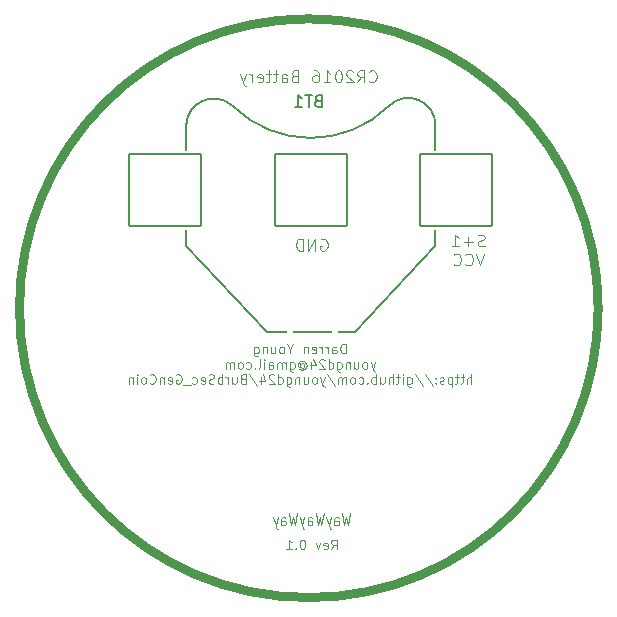
<source format=gbr>
G04 #@! TF.GenerationSoftware,KiCad,Pcbnew,8.0.6*
G04 #@! TF.CreationDate,2025-01-06T10:49:24-06:00*
G04 #@! TF.ProjectId,BurbSec_GenCoin,42757262-5365-4635-9f47-656e436f696e,0.1*
G04 #@! TF.SameCoordinates,Original*
G04 #@! TF.FileFunction,Legend,Bot*
G04 #@! TF.FilePolarity,Positive*
%FSLAX46Y46*%
G04 Gerber Fmt 4.6, Leading zero omitted, Abs format (unit mm)*
G04 Created by KiCad (PCBNEW 8.0.6) date 2025-01-06 10:49:24*
%MOMM*%
%LPD*%
G01*
G04 APERTURE LIST*
G04 Aperture macros list*
%AMRoundRect*
0 Rectangle with rounded corners*
0 $1 Rounding radius*
0 $2 $3 $4 $5 $6 $7 $8 $9 X,Y pos of 4 corners*
0 Add a 4 corners polygon primitive as box body*
4,1,4,$2,$3,$4,$5,$6,$7,$8,$9,$2,$3,0*
0 Add four circle primitives for the rounded corners*
1,1,$1+$1,$2,$3*
1,1,$1+$1,$4,$5*
1,1,$1+$1,$6,$7*
1,1,$1+$1,$8,$9*
0 Add four rect primitives between the rounded corners*
20,1,$1+$1,$2,$3,$4,$5,0*
20,1,$1+$1,$4,$5,$6,$7,0*
20,1,$1+$1,$6,$7,$8,$9,0*
20,1,$1+$1,$8,$9,$2,$3,0*%
G04 Aperture macros list end*
%ADD10C,0.800000*%
%ADD11C,0.100000*%
%ADD12C,0.125000*%
%ADD13C,0.150000*%
%ADD14C,0.127000*%
%ADD15RoundRect,0.102000X3.035000X3.035000X-3.035000X3.035000X-3.035000X-3.035000X3.035000X-3.035000X0*%
%ADD16C,0.600000*%
G04 APERTURE END LIST*
D10*
X159000000Y-90000000D02*
G75*
G02*
X110000000Y-90000000I-24500000J0D01*
G01*
X110000000Y-90000000D02*
G75*
G02*
X159000000Y-90000000I24500000J0D01*
G01*
D11*
X138007144Y-107372419D02*
X137816668Y-108372419D01*
X137816668Y-108372419D02*
X137664287Y-107658133D01*
X137664287Y-107658133D02*
X137511906Y-108372419D01*
X137511906Y-108372419D02*
X137321430Y-107372419D01*
X136673810Y-108372419D02*
X136673810Y-107848609D01*
X136673810Y-107848609D02*
X136711905Y-107753371D01*
X136711905Y-107753371D02*
X136788096Y-107705752D01*
X136788096Y-107705752D02*
X136940477Y-107705752D01*
X136940477Y-107705752D02*
X137016667Y-107753371D01*
X136673810Y-108324800D02*
X136750001Y-108372419D01*
X136750001Y-108372419D02*
X136940477Y-108372419D01*
X136940477Y-108372419D02*
X137016667Y-108324800D01*
X137016667Y-108324800D02*
X137054763Y-108229561D01*
X137054763Y-108229561D02*
X137054763Y-108134323D01*
X137054763Y-108134323D02*
X137016667Y-108039085D01*
X137016667Y-108039085D02*
X136940477Y-107991466D01*
X136940477Y-107991466D02*
X136750001Y-107991466D01*
X136750001Y-107991466D02*
X136673810Y-107943847D01*
X136369048Y-107705752D02*
X136178572Y-108372419D01*
X135988095Y-107705752D02*
X136178572Y-108372419D01*
X136178572Y-108372419D02*
X136254762Y-108610514D01*
X136254762Y-108610514D02*
X136292857Y-108658133D01*
X136292857Y-108658133D02*
X136369048Y-108705752D01*
X135759524Y-107372419D02*
X135569048Y-108372419D01*
X135569048Y-108372419D02*
X135416667Y-107658133D01*
X135416667Y-107658133D02*
X135264286Y-108372419D01*
X135264286Y-108372419D02*
X135073810Y-107372419D01*
X134426190Y-108372419D02*
X134426190Y-107848609D01*
X134426190Y-107848609D02*
X134464285Y-107753371D01*
X134464285Y-107753371D02*
X134540476Y-107705752D01*
X134540476Y-107705752D02*
X134692857Y-107705752D01*
X134692857Y-107705752D02*
X134769047Y-107753371D01*
X134426190Y-108324800D02*
X134502381Y-108372419D01*
X134502381Y-108372419D02*
X134692857Y-108372419D01*
X134692857Y-108372419D02*
X134769047Y-108324800D01*
X134769047Y-108324800D02*
X134807143Y-108229561D01*
X134807143Y-108229561D02*
X134807143Y-108134323D01*
X134807143Y-108134323D02*
X134769047Y-108039085D01*
X134769047Y-108039085D02*
X134692857Y-107991466D01*
X134692857Y-107991466D02*
X134502381Y-107991466D01*
X134502381Y-107991466D02*
X134426190Y-107943847D01*
X134121428Y-107705752D02*
X133930952Y-108372419D01*
X133740475Y-107705752D02*
X133930952Y-108372419D01*
X133930952Y-108372419D02*
X134007142Y-108610514D01*
X134007142Y-108610514D02*
X134045237Y-108658133D01*
X134045237Y-108658133D02*
X134121428Y-108705752D01*
X133511904Y-107372419D02*
X133321428Y-108372419D01*
X133321428Y-108372419D02*
X133169047Y-107658133D01*
X133169047Y-107658133D02*
X133016666Y-108372419D01*
X133016666Y-108372419D02*
X132826190Y-107372419D01*
X132178570Y-108372419D02*
X132178570Y-107848609D01*
X132178570Y-107848609D02*
X132216665Y-107753371D01*
X132216665Y-107753371D02*
X132292856Y-107705752D01*
X132292856Y-107705752D02*
X132445237Y-107705752D01*
X132445237Y-107705752D02*
X132521427Y-107753371D01*
X132178570Y-108324800D02*
X132254761Y-108372419D01*
X132254761Y-108372419D02*
X132445237Y-108372419D01*
X132445237Y-108372419D02*
X132521427Y-108324800D01*
X132521427Y-108324800D02*
X132559523Y-108229561D01*
X132559523Y-108229561D02*
X132559523Y-108134323D01*
X132559523Y-108134323D02*
X132521427Y-108039085D01*
X132521427Y-108039085D02*
X132445237Y-107991466D01*
X132445237Y-107991466D02*
X132254761Y-107991466D01*
X132254761Y-107991466D02*
X132178570Y-107943847D01*
X131873808Y-107705752D02*
X131683332Y-108372419D01*
X131492855Y-107705752D02*
X131683332Y-108372419D01*
X131683332Y-108372419D02*
X131759522Y-108610514D01*
X131759522Y-108610514D02*
X131797617Y-108658133D01*
X131797617Y-108658133D02*
X131873808Y-108705752D01*
X137616667Y-93820985D02*
X137616667Y-93020985D01*
X137616667Y-93020985D02*
X137426191Y-93020985D01*
X137426191Y-93020985D02*
X137311905Y-93059080D01*
X137311905Y-93059080D02*
X137235715Y-93135270D01*
X137235715Y-93135270D02*
X137197620Y-93211461D01*
X137197620Y-93211461D02*
X137159524Y-93363842D01*
X137159524Y-93363842D02*
X137159524Y-93478128D01*
X137159524Y-93478128D02*
X137197620Y-93630509D01*
X137197620Y-93630509D02*
X137235715Y-93706699D01*
X137235715Y-93706699D02*
X137311905Y-93782890D01*
X137311905Y-93782890D02*
X137426191Y-93820985D01*
X137426191Y-93820985D02*
X137616667Y-93820985D01*
X136473810Y-93820985D02*
X136473810Y-93401937D01*
X136473810Y-93401937D02*
X136511905Y-93325747D01*
X136511905Y-93325747D02*
X136588096Y-93287651D01*
X136588096Y-93287651D02*
X136740477Y-93287651D01*
X136740477Y-93287651D02*
X136816667Y-93325747D01*
X136473810Y-93782890D02*
X136550001Y-93820985D01*
X136550001Y-93820985D02*
X136740477Y-93820985D01*
X136740477Y-93820985D02*
X136816667Y-93782890D01*
X136816667Y-93782890D02*
X136854763Y-93706699D01*
X136854763Y-93706699D02*
X136854763Y-93630509D01*
X136854763Y-93630509D02*
X136816667Y-93554318D01*
X136816667Y-93554318D02*
X136740477Y-93516223D01*
X136740477Y-93516223D02*
X136550001Y-93516223D01*
X136550001Y-93516223D02*
X136473810Y-93478128D01*
X136092857Y-93820985D02*
X136092857Y-93287651D01*
X136092857Y-93440032D02*
X136054762Y-93363842D01*
X136054762Y-93363842D02*
X136016667Y-93325747D01*
X136016667Y-93325747D02*
X135940476Y-93287651D01*
X135940476Y-93287651D02*
X135864286Y-93287651D01*
X135597619Y-93820985D02*
X135597619Y-93287651D01*
X135597619Y-93440032D02*
X135559524Y-93363842D01*
X135559524Y-93363842D02*
X135521429Y-93325747D01*
X135521429Y-93325747D02*
X135445238Y-93287651D01*
X135445238Y-93287651D02*
X135369048Y-93287651D01*
X134797619Y-93782890D02*
X134873810Y-93820985D01*
X134873810Y-93820985D02*
X135026191Y-93820985D01*
X135026191Y-93820985D02*
X135102381Y-93782890D01*
X135102381Y-93782890D02*
X135140477Y-93706699D01*
X135140477Y-93706699D02*
X135140477Y-93401937D01*
X135140477Y-93401937D02*
X135102381Y-93325747D01*
X135102381Y-93325747D02*
X135026191Y-93287651D01*
X135026191Y-93287651D02*
X134873810Y-93287651D01*
X134873810Y-93287651D02*
X134797619Y-93325747D01*
X134797619Y-93325747D02*
X134759524Y-93401937D01*
X134759524Y-93401937D02*
X134759524Y-93478128D01*
X134759524Y-93478128D02*
X135140477Y-93554318D01*
X134416667Y-93287651D02*
X134416667Y-93820985D01*
X134416667Y-93363842D02*
X134378572Y-93325747D01*
X134378572Y-93325747D02*
X134302382Y-93287651D01*
X134302382Y-93287651D02*
X134188096Y-93287651D01*
X134188096Y-93287651D02*
X134111905Y-93325747D01*
X134111905Y-93325747D02*
X134073810Y-93401937D01*
X134073810Y-93401937D02*
X134073810Y-93820985D01*
X132930952Y-93440032D02*
X132930952Y-93820985D01*
X133197619Y-93020985D02*
X132930952Y-93440032D01*
X132930952Y-93440032D02*
X132664286Y-93020985D01*
X132283334Y-93820985D02*
X132359524Y-93782890D01*
X132359524Y-93782890D02*
X132397619Y-93744794D01*
X132397619Y-93744794D02*
X132435715Y-93668604D01*
X132435715Y-93668604D02*
X132435715Y-93440032D01*
X132435715Y-93440032D02*
X132397619Y-93363842D01*
X132397619Y-93363842D02*
X132359524Y-93325747D01*
X132359524Y-93325747D02*
X132283334Y-93287651D01*
X132283334Y-93287651D02*
X132169048Y-93287651D01*
X132169048Y-93287651D02*
X132092857Y-93325747D01*
X132092857Y-93325747D02*
X132054762Y-93363842D01*
X132054762Y-93363842D02*
X132016667Y-93440032D01*
X132016667Y-93440032D02*
X132016667Y-93668604D01*
X132016667Y-93668604D02*
X132054762Y-93744794D01*
X132054762Y-93744794D02*
X132092857Y-93782890D01*
X132092857Y-93782890D02*
X132169048Y-93820985D01*
X132169048Y-93820985D02*
X132283334Y-93820985D01*
X131330952Y-93287651D02*
X131330952Y-93820985D01*
X131673809Y-93287651D02*
X131673809Y-93706699D01*
X131673809Y-93706699D02*
X131635714Y-93782890D01*
X131635714Y-93782890D02*
X131559524Y-93820985D01*
X131559524Y-93820985D02*
X131445238Y-93820985D01*
X131445238Y-93820985D02*
X131369047Y-93782890D01*
X131369047Y-93782890D02*
X131330952Y-93744794D01*
X130949999Y-93287651D02*
X130949999Y-93820985D01*
X130949999Y-93363842D02*
X130911904Y-93325747D01*
X130911904Y-93325747D02*
X130835714Y-93287651D01*
X130835714Y-93287651D02*
X130721428Y-93287651D01*
X130721428Y-93287651D02*
X130645237Y-93325747D01*
X130645237Y-93325747D02*
X130607142Y-93401937D01*
X130607142Y-93401937D02*
X130607142Y-93820985D01*
X129883332Y-93287651D02*
X129883332Y-93935270D01*
X129883332Y-93935270D02*
X129921427Y-94011461D01*
X129921427Y-94011461D02*
X129959523Y-94049556D01*
X129959523Y-94049556D02*
X130035713Y-94087651D01*
X130035713Y-94087651D02*
X130149999Y-94087651D01*
X130149999Y-94087651D02*
X130226189Y-94049556D01*
X129883332Y-93782890D02*
X129959523Y-93820985D01*
X129959523Y-93820985D02*
X130111904Y-93820985D01*
X130111904Y-93820985D02*
X130188094Y-93782890D01*
X130188094Y-93782890D02*
X130226189Y-93744794D01*
X130226189Y-93744794D02*
X130264285Y-93668604D01*
X130264285Y-93668604D02*
X130264285Y-93440032D01*
X130264285Y-93440032D02*
X130226189Y-93363842D01*
X130226189Y-93363842D02*
X130188094Y-93325747D01*
X130188094Y-93325747D02*
X130111904Y-93287651D01*
X130111904Y-93287651D02*
X129959523Y-93287651D01*
X129959523Y-93287651D02*
X129883332Y-93325747D01*
X140111906Y-94575606D02*
X139921430Y-95108940D01*
X139730953Y-94575606D02*
X139921430Y-95108940D01*
X139921430Y-95108940D02*
X139997620Y-95299416D01*
X139997620Y-95299416D02*
X140035715Y-95337511D01*
X140035715Y-95337511D02*
X140111906Y-95375606D01*
X139311906Y-95108940D02*
X139388096Y-95070845D01*
X139388096Y-95070845D02*
X139426191Y-95032749D01*
X139426191Y-95032749D02*
X139464287Y-94956559D01*
X139464287Y-94956559D02*
X139464287Y-94727987D01*
X139464287Y-94727987D02*
X139426191Y-94651797D01*
X139426191Y-94651797D02*
X139388096Y-94613702D01*
X139388096Y-94613702D02*
X139311906Y-94575606D01*
X139311906Y-94575606D02*
X139197620Y-94575606D01*
X139197620Y-94575606D02*
X139121429Y-94613702D01*
X139121429Y-94613702D02*
X139083334Y-94651797D01*
X139083334Y-94651797D02*
X139045239Y-94727987D01*
X139045239Y-94727987D02*
X139045239Y-94956559D01*
X139045239Y-94956559D02*
X139083334Y-95032749D01*
X139083334Y-95032749D02*
X139121429Y-95070845D01*
X139121429Y-95070845D02*
X139197620Y-95108940D01*
X139197620Y-95108940D02*
X139311906Y-95108940D01*
X138359524Y-94575606D02*
X138359524Y-95108940D01*
X138702381Y-94575606D02*
X138702381Y-94994654D01*
X138702381Y-94994654D02*
X138664286Y-95070845D01*
X138664286Y-95070845D02*
X138588096Y-95108940D01*
X138588096Y-95108940D02*
X138473810Y-95108940D01*
X138473810Y-95108940D02*
X138397619Y-95070845D01*
X138397619Y-95070845D02*
X138359524Y-95032749D01*
X137978571Y-94575606D02*
X137978571Y-95108940D01*
X137978571Y-94651797D02*
X137940476Y-94613702D01*
X137940476Y-94613702D02*
X137864286Y-94575606D01*
X137864286Y-94575606D02*
X137750000Y-94575606D01*
X137750000Y-94575606D02*
X137673809Y-94613702D01*
X137673809Y-94613702D02*
X137635714Y-94689892D01*
X137635714Y-94689892D02*
X137635714Y-95108940D01*
X136911904Y-94575606D02*
X136911904Y-95223225D01*
X136911904Y-95223225D02*
X136949999Y-95299416D01*
X136949999Y-95299416D02*
X136988095Y-95337511D01*
X136988095Y-95337511D02*
X137064285Y-95375606D01*
X137064285Y-95375606D02*
X137178571Y-95375606D01*
X137178571Y-95375606D02*
X137254761Y-95337511D01*
X136911904Y-95070845D02*
X136988095Y-95108940D01*
X136988095Y-95108940D02*
X137140476Y-95108940D01*
X137140476Y-95108940D02*
X137216666Y-95070845D01*
X137216666Y-95070845D02*
X137254761Y-95032749D01*
X137254761Y-95032749D02*
X137292857Y-94956559D01*
X137292857Y-94956559D02*
X137292857Y-94727987D01*
X137292857Y-94727987D02*
X137254761Y-94651797D01*
X137254761Y-94651797D02*
X137216666Y-94613702D01*
X137216666Y-94613702D02*
X137140476Y-94575606D01*
X137140476Y-94575606D02*
X136988095Y-94575606D01*
X136988095Y-94575606D02*
X136911904Y-94613702D01*
X136188094Y-95108940D02*
X136188094Y-94308940D01*
X136188094Y-95070845D02*
X136264285Y-95108940D01*
X136264285Y-95108940D02*
X136416666Y-95108940D01*
X136416666Y-95108940D02*
X136492856Y-95070845D01*
X136492856Y-95070845D02*
X136530951Y-95032749D01*
X136530951Y-95032749D02*
X136569047Y-94956559D01*
X136569047Y-94956559D02*
X136569047Y-94727987D01*
X136569047Y-94727987D02*
X136530951Y-94651797D01*
X136530951Y-94651797D02*
X136492856Y-94613702D01*
X136492856Y-94613702D02*
X136416666Y-94575606D01*
X136416666Y-94575606D02*
X136264285Y-94575606D01*
X136264285Y-94575606D02*
X136188094Y-94613702D01*
X135845237Y-94385130D02*
X135807141Y-94347035D01*
X135807141Y-94347035D02*
X135730951Y-94308940D01*
X135730951Y-94308940D02*
X135540475Y-94308940D01*
X135540475Y-94308940D02*
X135464284Y-94347035D01*
X135464284Y-94347035D02*
X135426189Y-94385130D01*
X135426189Y-94385130D02*
X135388094Y-94461321D01*
X135388094Y-94461321D02*
X135388094Y-94537511D01*
X135388094Y-94537511D02*
X135426189Y-94651797D01*
X135426189Y-94651797D02*
X135883332Y-95108940D01*
X135883332Y-95108940D02*
X135388094Y-95108940D01*
X134702379Y-94575606D02*
X134702379Y-95108940D01*
X134892855Y-94270845D02*
X135083332Y-94842273D01*
X135083332Y-94842273D02*
X134588093Y-94842273D01*
X133788093Y-94727987D02*
X133826188Y-94689892D01*
X133826188Y-94689892D02*
X133902379Y-94651797D01*
X133902379Y-94651797D02*
X133978569Y-94651797D01*
X133978569Y-94651797D02*
X134054760Y-94689892D01*
X134054760Y-94689892D02*
X134092855Y-94727987D01*
X134092855Y-94727987D02*
X134130950Y-94804178D01*
X134130950Y-94804178D02*
X134130950Y-94880368D01*
X134130950Y-94880368D02*
X134092855Y-94956559D01*
X134092855Y-94956559D02*
X134054760Y-94994654D01*
X134054760Y-94994654D02*
X133978569Y-95032749D01*
X133978569Y-95032749D02*
X133902379Y-95032749D01*
X133902379Y-95032749D02*
X133826188Y-94994654D01*
X133826188Y-94994654D02*
X133788093Y-94956559D01*
X133788093Y-94651797D02*
X133788093Y-94956559D01*
X133788093Y-94956559D02*
X133749998Y-94994654D01*
X133749998Y-94994654D02*
X133711903Y-94994654D01*
X133711903Y-94994654D02*
X133635712Y-94956559D01*
X133635712Y-94956559D02*
X133597617Y-94880368D01*
X133597617Y-94880368D02*
X133597617Y-94689892D01*
X133597617Y-94689892D02*
X133673808Y-94575606D01*
X133673808Y-94575606D02*
X133788093Y-94499416D01*
X133788093Y-94499416D02*
X133940474Y-94461321D01*
X133940474Y-94461321D02*
X134092855Y-94499416D01*
X134092855Y-94499416D02*
X134207141Y-94575606D01*
X134207141Y-94575606D02*
X134283331Y-94689892D01*
X134283331Y-94689892D02*
X134321427Y-94842273D01*
X134321427Y-94842273D02*
X134283331Y-94994654D01*
X134283331Y-94994654D02*
X134207141Y-95108940D01*
X134207141Y-95108940D02*
X134092855Y-95185130D01*
X134092855Y-95185130D02*
X133940474Y-95223225D01*
X133940474Y-95223225D02*
X133788093Y-95185130D01*
X133788093Y-95185130D02*
X133673808Y-95108940D01*
X132911903Y-94575606D02*
X132911903Y-95223225D01*
X132911903Y-95223225D02*
X132949998Y-95299416D01*
X132949998Y-95299416D02*
X132988094Y-95337511D01*
X132988094Y-95337511D02*
X133064284Y-95375606D01*
X133064284Y-95375606D02*
X133178570Y-95375606D01*
X133178570Y-95375606D02*
X133254760Y-95337511D01*
X132911903Y-95070845D02*
X132988094Y-95108940D01*
X132988094Y-95108940D02*
X133140475Y-95108940D01*
X133140475Y-95108940D02*
X133216665Y-95070845D01*
X133216665Y-95070845D02*
X133254760Y-95032749D01*
X133254760Y-95032749D02*
X133292856Y-94956559D01*
X133292856Y-94956559D02*
X133292856Y-94727987D01*
X133292856Y-94727987D02*
X133254760Y-94651797D01*
X133254760Y-94651797D02*
X133216665Y-94613702D01*
X133216665Y-94613702D02*
X133140475Y-94575606D01*
X133140475Y-94575606D02*
X132988094Y-94575606D01*
X132988094Y-94575606D02*
X132911903Y-94613702D01*
X132530950Y-95108940D02*
X132530950Y-94575606D01*
X132530950Y-94651797D02*
X132492855Y-94613702D01*
X132492855Y-94613702D02*
X132416665Y-94575606D01*
X132416665Y-94575606D02*
X132302379Y-94575606D01*
X132302379Y-94575606D02*
X132226188Y-94613702D01*
X132226188Y-94613702D02*
X132188093Y-94689892D01*
X132188093Y-94689892D02*
X132188093Y-95108940D01*
X132188093Y-94689892D02*
X132149998Y-94613702D01*
X132149998Y-94613702D02*
X132073807Y-94575606D01*
X132073807Y-94575606D02*
X131959522Y-94575606D01*
X131959522Y-94575606D02*
X131883331Y-94613702D01*
X131883331Y-94613702D02*
X131845236Y-94689892D01*
X131845236Y-94689892D02*
X131845236Y-95108940D01*
X131121426Y-95108940D02*
X131121426Y-94689892D01*
X131121426Y-94689892D02*
X131159521Y-94613702D01*
X131159521Y-94613702D02*
X131235712Y-94575606D01*
X131235712Y-94575606D02*
X131388093Y-94575606D01*
X131388093Y-94575606D02*
X131464283Y-94613702D01*
X131121426Y-95070845D02*
X131197617Y-95108940D01*
X131197617Y-95108940D02*
X131388093Y-95108940D01*
X131388093Y-95108940D02*
X131464283Y-95070845D01*
X131464283Y-95070845D02*
X131502379Y-94994654D01*
X131502379Y-94994654D02*
X131502379Y-94918464D01*
X131502379Y-94918464D02*
X131464283Y-94842273D01*
X131464283Y-94842273D02*
X131388093Y-94804178D01*
X131388093Y-94804178D02*
X131197617Y-94804178D01*
X131197617Y-94804178D02*
X131121426Y-94766083D01*
X130740473Y-95108940D02*
X130740473Y-94575606D01*
X130740473Y-94308940D02*
X130778569Y-94347035D01*
X130778569Y-94347035D02*
X130740473Y-94385130D01*
X130740473Y-94385130D02*
X130702378Y-94347035D01*
X130702378Y-94347035D02*
X130740473Y-94308940D01*
X130740473Y-94308940D02*
X130740473Y-94385130D01*
X130245236Y-95108940D02*
X130321426Y-95070845D01*
X130321426Y-95070845D02*
X130359521Y-94994654D01*
X130359521Y-94994654D02*
X130359521Y-94308940D01*
X129940473Y-95032749D02*
X129902378Y-95070845D01*
X129902378Y-95070845D02*
X129940473Y-95108940D01*
X129940473Y-95108940D02*
X129978569Y-95070845D01*
X129978569Y-95070845D02*
X129940473Y-95032749D01*
X129940473Y-95032749D02*
X129940473Y-95108940D01*
X129216664Y-95070845D02*
X129292855Y-95108940D01*
X129292855Y-95108940D02*
X129445236Y-95108940D01*
X129445236Y-95108940D02*
X129521426Y-95070845D01*
X129521426Y-95070845D02*
X129559521Y-95032749D01*
X129559521Y-95032749D02*
X129597617Y-94956559D01*
X129597617Y-94956559D02*
X129597617Y-94727987D01*
X129597617Y-94727987D02*
X129559521Y-94651797D01*
X129559521Y-94651797D02*
X129521426Y-94613702D01*
X129521426Y-94613702D02*
X129445236Y-94575606D01*
X129445236Y-94575606D02*
X129292855Y-94575606D01*
X129292855Y-94575606D02*
X129216664Y-94613702D01*
X128759522Y-95108940D02*
X128835712Y-95070845D01*
X128835712Y-95070845D02*
X128873807Y-95032749D01*
X128873807Y-95032749D02*
X128911903Y-94956559D01*
X128911903Y-94956559D02*
X128911903Y-94727987D01*
X128911903Y-94727987D02*
X128873807Y-94651797D01*
X128873807Y-94651797D02*
X128835712Y-94613702D01*
X128835712Y-94613702D02*
X128759522Y-94575606D01*
X128759522Y-94575606D02*
X128645236Y-94575606D01*
X128645236Y-94575606D02*
X128569045Y-94613702D01*
X128569045Y-94613702D02*
X128530950Y-94651797D01*
X128530950Y-94651797D02*
X128492855Y-94727987D01*
X128492855Y-94727987D02*
X128492855Y-94956559D01*
X128492855Y-94956559D02*
X128530950Y-95032749D01*
X128530950Y-95032749D02*
X128569045Y-95070845D01*
X128569045Y-95070845D02*
X128645236Y-95108940D01*
X128645236Y-95108940D02*
X128759522Y-95108940D01*
X128149997Y-95108940D02*
X128149997Y-94575606D01*
X128149997Y-94651797D02*
X128111902Y-94613702D01*
X128111902Y-94613702D02*
X128035712Y-94575606D01*
X128035712Y-94575606D02*
X127921426Y-94575606D01*
X127921426Y-94575606D02*
X127845235Y-94613702D01*
X127845235Y-94613702D02*
X127807140Y-94689892D01*
X127807140Y-94689892D02*
X127807140Y-95108940D01*
X127807140Y-94689892D02*
X127769045Y-94613702D01*
X127769045Y-94613702D02*
X127692854Y-94575606D01*
X127692854Y-94575606D02*
X127578569Y-94575606D01*
X127578569Y-94575606D02*
X127502378Y-94613702D01*
X127502378Y-94613702D02*
X127464283Y-94689892D01*
X127464283Y-94689892D02*
X127464283Y-95108940D01*
X148264288Y-96396895D02*
X148264288Y-95596895D01*
X147921431Y-96396895D02*
X147921431Y-95977847D01*
X147921431Y-95977847D02*
X147959526Y-95901657D01*
X147959526Y-95901657D02*
X148035717Y-95863561D01*
X148035717Y-95863561D02*
X148150003Y-95863561D01*
X148150003Y-95863561D02*
X148226193Y-95901657D01*
X148226193Y-95901657D02*
X148264288Y-95939752D01*
X147654764Y-95863561D02*
X147350002Y-95863561D01*
X147540478Y-95596895D02*
X147540478Y-96282609D01*
X147540478Y-96282609D02*
X147502383Y-96358800D01*
X147502383Y-96358800D02*
X147426193Y-96396895D01*
X147426193Y-96396895D02*
X147350002Y-96396895D01*
X147197621Y-95863561D02*
X146892859Y-95863561D01*
X147083335Y-95596895D02*
X147083335Y-96282609D01*
X147083335Y-96282609D02*
X147045240Y-96358800D01*
X147045240Y-96358800D02*
X146969050Y-96396895D01*
X146969050Y-96396895D02*
X146892859Y-96396895D01*
X146626192Y-95863561D02*
X146626192Y-96663561D01*
X146626192Y-95901657D02*
X146550002Y-95863561D01*
X146550002Y-95863561D02*
X146397621Y-95863561D01*
X146397621Y-95863561D02*
X146321430Y-95901657D01*
X146321430Y-95901657D02*
X146283335Y-95939752D01*
X146283335Y-95939752D02*
X146245240Y-96015942D01*
X146245240Y-96015942D02*
X146245240Y-96244514D01*
X146245240Y-96244514D02*
X146283335Y-96320704D01*
X146283335Y-96320704D02*
X146321430Y-96358800D01*
X146321430Y-96358800D02*
X146397621Y-96396895D01*
X146397621Y-96396895D02*
X146550002Y-96396895D01*
X146550002Y-96396895D02*
X146626192Y-96358800D01*
X145940478Y-96358800D02*
X145864287Y-96396895D01*
X145864287Y-96396895D02*
X145711906Y-96396895D01*
X145711906Y-96396895D02*
X145635716Y-96358800D01*
X145635716Y-96358800D02*
X145597620Y-96282609D01*
X145597620Y-96282609D02*
X145597620Y-96244514D01*
X145597620Y-96244514D02*
X145635716Y-96168323D01*
X145635716Y-96168323D02*
X145711906Y-96130228D01*
X145711906Y-96130228D02*
X145826192Y-96130228D01*
X145826192Y-96130228D02*
X145902382Y-96092133D01*
X145902382Y-96092133D02*
X145940478Y-96015942D01*
X145940478Y-96015942D02*
X145940478Y-95977847D01*
X145940478Y-95977847D02*
X145902382Y-95901657D01*
X145902382Y-95901657D02*
X145826192Y-95863561D01*
X145826192Y-95863561D02*
X145711906Y-95863561D01*
X145711906Y-95863561D02*
X145635716Y-95901657D01*
X145254763Y-96320704D02*
X145216668Y-96358800D01*
X145216668Y-96358800D02*
X145254763Y-96396895D01*
X145254763Y-96396895D02*
X145292859Y-96358800D01*
X145292859Y-96358800D02*
X145254763Y-96320704D01*
X145254763Y-96320704D02*
X145254763Y-96396895D01*
X145254763Y-95901657D02*
X145216668Y-95939752D01*
X145216668Y-95939752D02*
X145254763Y-95977847D01*
X145254763Y-95977847D02*
X145292859Y-95939752D01*
X145292859Y-95939752D02*
X145254763Y-95901657D01*
X145254763Y-95901657D02*
X145254763Y-95977847D01*
X144302383Y-95558800D02*
X144988097Y-96587371D01*
X143464288Y-95558800D02*
X144150002Y-96587371D01*
X142854764Y-95863561D02*
X142854764Y-96511180D01*
X142854764Y-96511180D02*
X142892859Y-96587371D01*
X142892859Y-96587371D02*
X142930955Y-96625466D01*
X142930955Y-96625466D02*
X143007145Y-96663561D01*
X143007145Y-96663561D02*
X143121431Y-96663561D01*
X143121431Y-96663561D02*
X143197621Y-96625466D01*
X142854764Y-96358800D02*
X142930955Y-96396895D01*
X142930955Y-96396895D02*
X143083336Y-96396895D01*
X143083336Y-96396895D02*
X143159526Y-96358800D01*
X143159526Y-96358800D02*
X143197621Y-96320704D01*
X143197621Y-96320704D02*
X143235717Y-96244514D01*
X143235717Y-96244514D02*
X143235717Y-96015942D01*
X143235717Y-96015942D02*
X143197621Y-95939752D01*
X143197621Y-95939752D02*
X143159526Y-95901657D01*
X143159526Y-95901657D02*
X143083336Y-95863561D01*
X143083336Y-95863561D02*
X142930955Y-95863561D01*
X142930955Y-95863561D02*
X142854764Y-95901657D01*
X142473811Y-96396895D02*
X142473811Y-95863561D01*
X142473811Y-95596895D02*
X142511907Y-95634990D01*
X142511907Y-95634990D02*
X142473811Y-95673085D01*
X142473811Y-95673085D02*
X142435716Y-95634990D01*
X142435716Y-95634990D02*
X142473811Y-95596895D01*
X142473811Y-95596895D02*
X142473811Y-95673085D01*
X142207145Y-95863561D02*
X141902383Y-95863561D01*
X142092859Y-95596895D02*
X142092859Y-96282609D01*
X142092859Y-96282609D02*
X142054764Y-96358800D01*
X142054764Y-96358800D02*
X141978574Y-96396895D01*
X141978574Y-96396895D02*
X141902383Y-96396895D01*
X141635716Y-96396895D02*
X141635716Y-95596895D01*
X141292859Y-96396895D02*
X141292859Y-95977847D01*
X141292859Y-95977847D02*
X141330954Y-95901657D01*
X141330954Y-95901657D02*
X141407145Y-95863561D01*
X141407145Y-95863561D02*
X141521431Y-95863561D01*
X141521431Y-95863561D02*
X141597621Y-95901657D01*
X141597621Y-95901657D02*
X141635716Y-95939752D01*
X140569049Y-95863561D02*
X140569049Y-96396895D01*
X140911906Y-95863561D02*
X140911906Y-96282609D01*
X140911906Y-96282609D02*
X140873811Y-96358800D01*
X140873811Y-96358800D02*
X140797621Y-96396895D01*
X140797621Y-96396895D02*
X140683335Y-96396895D01*
X140683335Y-96396895D02*
X140607144Y-96358800D01*
X140607144Y-96358800D02*
X140569049Y-96320704D01*
X140188096Y-96396895D02*
X140188096Y-95596895D01*
X140188096Y-95901657D02*
X140111906Y-95863561D01*
X140111906Y-95863561D02*
X139959525Y-95863561D01*
X139959525Y-95863561D02*
X139883334Y-95901657D01*
X139883334Y-95901657D02*
X139845239Y-95939752D01*
X139845239Y-95939752D02*
X139807144Y-96015942D01*
X139807144Y-96015942D02*
X139807144Y-96244514D01*
X139807144Y-96244514D02*
X139845239Y-96320704D01*
X139845239Y-96320704D02*
X139883334Y-96358800D01*
X139883334Y-96358800D02*
X139959525Y-96396895D01*
X139959525Y-96396895D02*
X140111906Y-96396895D01*
X140111906Y-96396895D02*
X140188096Y-96358800D01*
X139464286Y-96320704D02*
X139426191Y-96358800D01*
X139426191Y-96358800D02*
X139464286Y-96396895D01*
X139464286Y-96396895D02*
X139502382Y-96358800D01*
X139502382Y-96358800D02*
X139464286Y-96320704D01*
X139464286Y-96320704D02*
X139464286Y-96396895D01*
X138740477Y-96358800D02*
X138816668Y-96396895D01*
X138816668Y-96396895D02*
X138969049Y-96396895D01*
X138969049Y-96396895D02*
X139045239Y-96358800D01*
X139045239Y-96358800D02*
X139083334Y-96320704D01*
X139083334Y-96320704D02*
X139121430Y-96244514D01*
X139121430Y-96244514D02*
X139121430Y-96015942D01*
X139121430Y-96015942D02*
X139083334Y-95939752D01*
X139083334Y-95939752D02*
X139045239Y-95901657D01*
X139045239Y-95901657D02*
X138969049Y-95863561D01*
X138969049Y-95863561D02*
X138816668Y-95863561D01*
X138816668Y-95863561D02*
X138740477Y-95901657D01*
X138283335Y-96396895D02*
X138359525Y-96358800D01*
X138359525Y-96358800D02*
X138397620Y-96320704D01*
X138397620Y-96320704D02*
X138435716Y-96244514D01*
X138435716Y-96244514D02*
X138435716Y-96015942D01*
X138435716Y-96015942D02*
X138397620Y-95939752D01*
X138397620Y-95939752D02*
X138359525Y-95901657D01*
X138359525Y-95901657D02*
X138283335Y-95863561D01*
X138283335Y-95863561D02*
X138169049Y-95863561D01*
X138169049Y-95863561D02*
X138092858Y-95901657D01*
X138092858Y-95901657D02*
X138054763Y-95939752D01*
X138054763Y-95939752D02*
X138016668Y-96015942D01*
X138016668Y-96015942D02*
X138016668Y-96244514D01*
X138016668Y-96244514D02*
X138054763Y-96320704D01*
X138054763Y-96320704D02*
X138092858Y-96358800D01*
X138092858Y-96358800D02*
X138169049Y-96396895D01*
X138169049Y-96396895D02*
X138283335Y-96396895D01*
X137673810Y-96396895D02*
X137673810Y-95863561D01*
X137673810Y-95939752D02*
X137635715Y-95901657D01*
X137635715Y-95901657D02*
X137559525Y-95863561D01*
X137559525Y-95863561D02*
X137445239Y-95863561D01*
X137445239Y-95863561D02*
X137369048Y-95901657D01*
X137369048Y-95901657D02*
X137330953Y-95977847D01*
X137330953Y-95977847D02*
X137330953Y-96396895D01*
X137330953Y-95977847D02*
X137292858Y-95901657D01*
X137292858Y-95901657D02*
X137216667Y-95863561D01*
X137216667Y-95863561D02*
X137102382Y-95863561D01*
X137102382Y-95863561D02*
X137026191Y-95901657D01*
X137026191Y-95901657D02*
X136988096Y-95977847D01*
X136988096Y-95977847D02*
X136988096Y-96396895D01*
X136035715Y-95558800D02*
X136721429Y-96587371D01*
X135845239Y-95863561D02*
X135654763Y-96396895D01*
X135464286Y-95863561D02*
X135654763Y-96396895D01*
X135654763Y-96396895D02*
X135730953Y-96587371D01*
X135730953Y-96587371D02*
X135769048Y-96625466D01*
X135769048Y-96625466D02*
X135845239Y-96663561D01*
X135045239Y-96396895D02*
X135121429Y-96358800D01*
X135121429Y-96358800D02*
X135159524Y-96320704D01*
X135159524Y-96320704D02*
X135197620Y-96244514D01*
X135197620Y-96244514D02*
X135197620Y-96015942D01*
X135197620Y-96015942D02*
X135159524Y-95939752D01*
X135159524Y-95939752D02*
X135121429Y-95901657D01*
X135121429Y-95901657D02*
X135045239Y-95863561D01*
X135045239Y-95863561D02*
X134930953Y-95863561D01*
X134930953Y-95863561D02*
X134854762Y-95901657D01*
X134854762Y-95901657D02*
X134816667Y-95939752D01*
X134816667Y-95939752D02*
X134778572Y-96015942D01*
X134778572Y-96015942D02*
X134778572Y-96244514D01*
X134778572Y-96244514D02*
X134816667Y-96320704D01*
X134816667Y-96320704D02*
X134854762Y-96358800D01*
X134854762Y-96358800D02*
X134930953Y-96396895D01*
X134930953Y-96396895D02*
X135045239Y-96396895D01*
X134092857Y-95863561D02*
X134092857Y-96396895D01*
X134435714Y-95863561D02*
X134435714Y-96282609D01*
X134435714Y-96282609D02*
X134397619Y-96358800D01*
X134397619Y-96358800D02*
X134321429Y-96396895D01*
X134321429Y-96396895D02*
X134207143Y-96396895D01*
X134207143Y-96396895D02*
X134130952Y-96358800D01*
X134130952Y-96358800D02*
X134092857Y-96320704D01*
X133711904Y-95863561D02*
X133711904Y-96396895D01*
X133711904Y-95939752D02*
X133673809Y-95901657D01*
X133673809Y-95901657D02*
X133597619Y-95863561D01*
X133597619Y-95863561D02*
X133483333Y-95863561D01*
X133483333Y-95863561D02*
X133407142Y-95901657D01*
X133407142Y-95901657D02*
X133369047Y-95977847D01*
X133369047Y-95977847D02*
X133369047Y-96396895D01*
X132645237Y-95863561D02*
X132645237Y-96511180D01*
X132645237Y-96511180D02*
X132683332Y-96587371D01*
X132683332Y-96587371D02*
X132721428Y-96625466D01*
X132721428Y-96625466D02*
X132797618Y-96663561D01*
X132797618Y-96663561D02*
X132911904Y-96663561D01*
X132911904Y-96663561D02*
X132988094Y-96625466D01*
X132645237Y-96358800D02*
X132721428Y-96396895D01*
X132721428Y-96396895D02*
X132873809Y-96396895D01*
X132873809Y-96396895D02*
X132949999Y-96358800D01*
X132949999Y-96358800D02*
X132988094Y-96320704D01*
X132988094Y-96320704D02*
X133026190Y-96244514D01*
X133026190Y-96244514D02*
X133026190Y-96015942D01*
X133026190Y-96015942D02*
X132988094Y-95939752D01*
X132988094Y-95939752D02*
X132949999Y-95901657D01*
X132949999Y-95901657D02*
X132873809Y-95863561D01*
X132873809Y-95863561D02*
X132721428Y-95863561D01*
X132721428Y-95863561D02*
X132645237Y-95901657D01*
X131921427Y-96396895D02*
X131921427Y-95596895D01*
X131921427Y-96358800D02*
X131997618Y-96396895D01*
X131997618Y-96396895D02*
X132149999Y-96396895D01*
X132149999Y-96396895D02*
X132226189Y-96358800D01*
X132226189Y-96358800D02*
X132264284Y-96320704D01*
X132264284Y-96320704D02*
X132302380Y-96244514D01*
X132302380Y-96244514D02*
X132302380Y-96015942D01*
X132302380Y-96015942D02*
X132264284Y-95939752D01*
X132264284Y-95939752D02*
X132226189Y-95901657D01*
X132226189Y-95901657D02*
X132149999Y-95863561D01*
X132149999Y-95863561D02*
X131997618Y-95863561D01*
X131997618Y-95863561D02*
X131921427Y-95901657D01*
X131578570Y-95673085D02*
X131540474Y-95634990D01*
X131540474Y-95634990D02*
X131464284Y-95596895D01*
X131464284Y-95596895D02*
X131273808Y-95596895D01*
X131273808Y-95596895D02*
X131197617Y-95634990D01*
X131197617Y-95634990D02*
X131159522Y-95673085D01*
X131159522Y-95673085D02*
X131121427Y-95749276D01*
X131121427Y-95749276D02*
X131121427Y-95825466D01*
X131121427Y-95825466D02*
X131159522Y-95939752D01*
X131159522Y-95939752D02*
X131616665Y-96396895D01*
X131616665Y-96396895D02*
X131121427Y-96396895D01*
X130435712Y-95863561D02*
X130435712Y-96396895D01*
X130626188Y-95558800D02*
X130816665Y-96130228D01*
X130816665Y-96130228D02*
X130321426Y-96130228D01*
X129445236Y-95558800D02*
X130130950Y-96587371D01*
X128911903Y-95977847D02*
X128797617Y-96015942D01*
X128797617Y-96015942D02*
X128759522Y-96054038D01*
X128759522Y-96054038D02*
X128721426Y-96130228D01*
X128721426Y-96130228D02*
X128721426Y-96244514D01*
X128721426Y-96244514D02*
X128759522Y-96320704D01*
X128759522Y-96320704D02*
X128797617Y-96358800D01*
X128797617Y-96358800D02*
X128873807Y-96396895D01*
X128873807Y-96396895D02*
X129178569Y-96396895D01*
X129178569Y-96396895D02*
X129178569Y-95596895D01*
X129178569Y-95596895D02*
X128911903Y-95596895D01*
X128911903Y-95596895D02*
X128835712Y-95634990D01*
X128835712Y-95634990D02*
X128797617Y-95673085D01*
X128797617Y-95673085D02*
X128759522Y-95749276D01*
X128759522Y-95749276D02*
X128759522Y-95825466D01*
X128759522Y-95825466D02*
X128797617Y-95901657D01*
X128797617Y-95901657D02*
X128835712Y-95939752D01*
X128835712Y-95939752D02*
X128911903Y-95977847D01*
X128911903Y-95977847D02*
X129178569Y-95977847D01*
X128035712Y-95863561D02*
X128035712Y-96396895D01*
X128378569Y-95863561D02*
X128378569Y-96282609D01*
X128378569Y-96282609D02*
X128340474Y-96358800D01*
X128340474Y-96358800D02*
X128264284Y-96396895D01*
X128264284Y-96396895D02*
X128149998Y-96396895D01*
X128149998Y-96396895D02*
X128073807Y-96358800D01*
X128073807Y-96358800D02*
X128035712Y-96320704D01*
X127654759Y-96396895D02*
X127654759Y-95863561D01*
X127654759Y-96015942D02*
X127616664Y-95939752D01*
X127616664Y-95939752D02*
X127578569Y-95901657D01*
X127578569Y-95901657D02*
X127502378Y-95863561D01*
X127502378Y-95863561D02*
X127426188Y-95863561D01*
X127159521Y-96396895D02*
X127159521Y-95596895D01*
X127159521Y-95901657D02*
X127083331Y-95863561D01*
X127083331Y-95863561D02*
X126930950Y-95863561D01*
X126930950Y-95863561D02*
X126854759Y-95901657D01*
X126854759Y-95901657D02*
X126816664Y-95939752D01*
X126816664Y-95939752D02*
X126778569Y-96015942D01*
X126778569Y-96015942D02*
X126778569Y-96244514D01*
X126778569Y-96244514D02*
X126816664Y-96320704D01*
X126816664Y-96320704D02*
X126854759Y-96358800D01*
X126854759Y-96358800D02*
X126930950Y-96396895D01*
X126930950Y-96396895D02*
X127083331Y-96396895D01*
X127083331Y-96396895D02*
X127159521Y-96358800D01*
X126473807Y-96358800D02*
X126359521Y-96396895D01*
X126359521Y-96396895D02*
X126169045Y-96396895D01*
X126169045Y-96396895D02*
X126092854Y-96358800D01*
X126092854Y-96358800D02*
X126054759Y-96320704D01*
X126054759Y-96320704D02*
X126016664Y-96244514D01*
X126016664Y-96244514D02*
X126016664Y-96168323D01*
X126016664Y-96168323D02*
X126054759Y-96092133D01*
X126054759Y-96092133D02*
X126092854Y-96054038D01*
X126092854Y-96054038D02*
X126169045Y-96015942D01*
X126169045Y-96015942D02*
X126321426Y-95977847D01*
X126321426Y-95977847D02*
X126397616Y-95939752D01*
X126397616Y-95939752D02*
X126435711Y-95901657D01*
X126435711Y-95901657D02*
X126473807Y-95825466D01*
X126473807Y-95825466D02*
X126473807Y-95749276D01*
X126473807Y-95749276D02*
X126435711Y-95673085D01*
X126435711Y-95673085D02*
X126397616Y-95634990D01*
X126397616Y-95634990D02*
X126321426Y-95596895D01*
X126321426Y-95596895D02*
X126130949Y-95596895D01*
X126130949Y-95596895D02*
X126016664Y-95634990D01*
X125369044Y-96358800D02*
X125445235Y-96396895D01*
X125445235Y-96396895D02*
X125597616Y-96396895D01*
X125597616Y-96396895D02*
X125673806Y-96358800D01*
X125673806Y-96358800D02*
X125711902Y-96282609D01*
X125711902Y-96282609D02*
X125711902Y-95977847D01*
X125711902Y-95977847D02*
X125673806Y-95901657D01*
X125673806Y-95901657D02*
X125597616Y-95863561D01*
X125597616Y-95863561D02*
X125445235Y-95863561D01*
X125445235Y-95863561D02*
X125369044Y-95901657D01*
X125369044Y-95901657D02*
X125330949Y-95977847D01*
X125330949Y-95977847D02*
X125330949Y-96054038D01*
X125330949Y-96054038D02*
X125711902Y-96130228D01*
X124645235Y-96358800D02*
X124721426Y-96396895D01*
X124721426Y-96396895D02*
X124873807Y-96396895D01*
X124873807Y-96396895D02*
X124949997Y-96358800D01*
X124949997Y-96358800D02*
X124988092Y-96320704D01*
X124988092Y-96320704D02*
X125026188Y-96244514D01*
X125026188Y-96244514D02*
X125026188Y-96015942D01*
X125026188Y-96015942D02*
X124988092Y-95939752D01*
X124988092Y-95939752D02*
X124949997Y-95901657D01*
X124949997Y-95901657D02*
X124873807Y-95863561D01*
X124873807Y-95863561D02*
X124721426Y-95863561D01*
X124721426Y-95863561D02*
X124645235Y-95901657D01*
X124492855Y-96473085D02*
X123883331Y-96473085D01*
X123273807Y-95634990D02*
X123349997Y-95596895D01*
X123349997Y-95596895D02*
X123464283Y-95596895D01*
X123464283Y-95596895D02*
X123578569Y-95634990D01*
X123578569Y-95634990D02*
X123654759Y-95711180D01*
X123654759Y-95711180D02*
X123692854Y-95787371D01*
X123692854Y-95787371D02*
X123730950Y-95939752D01*
X123730950Y-95939752D02*
X123730950Y-96054038D01*
X123730950Y-96054038D02*
X123692854Y-96206419D01*
X123692854Y-96206419D02*
X123654759Y-96282609D01*
X123654759Y-96282609D02*
X123578569Y-96358800D01*
X123578569Y-96358800D02*
X123464283Y-96396895D01*
X123464283Y-96396895D02*
X123388092Y-96396895D01*
X123388092Y-96396895D02*
X123273807Y-96358800D01*
X123273807Y-96358800D02*
X123235711Y-96320704D01*
X123235711Y-96320704D02*
X123235711Y-96054038D01*
X123235711Y-96054038D02*
X123388092Y-96054038D01*
X122588092Y-96358800D02*
X122664283Y-96396895D01*
X122664283Y-96396895D02*
X122816664Y-96396895D01*
X122816664Y-96396895D02*
X122892854Y-96358800D01*
X122892854Y-96358800D02*
X122930950Y-96282609D01*
X122930950Y-96282609D02*
X122930950Y-95977847D01*
X122930950Y-95977847D02*
X122892854Y-95901657D01*
X122892854Y-95901657D02*
X122816664Y-95863561D01*
X122816664Y-95863561D02*
X122664283Y-95863561D01*
X122664283Y-95863561D02*
X122588092Y-95901657D01*
X122588092Y-95901657D02*
X122549997Y-95977847D01*
X122549997Y-95977847D02*
X122549997Y-96054038D01*
X122549997Y-96054038D02*
X122930950Y-96130228D01*
X122207140Y-95863561D02*
X122207140Y-96396895D01*
X122207140Y-95939752D02*
X122169045Y-95901657D01*
X122169045Y-95901657D02*
X122092855Y-95863561D01*
X122092855Y-95863561D02*
X121978569Y-95863561D01*
X121978569Y-95863561D02*
X121902378Y-95901657D01*
X121902378Y-95901657D02*
X121864283Y-95977847D01*
X121864283Y-95977847D02*
X121864283Y-96396895D01*
X121026187Y-96320704D02*
X121064283Y-96358800D01*
X121064283Y-96358800D02*
X121178568Y-96396895D01*
X121178568Y-96396895D02*
X121254759Y-96396895D01*
X121254759Y-96396895D02*
X121369045Y-96358800D01*
X121369045Y-96358800D02*
X121445235Y-96282609D01*
X121445235Y-96282609D02*
X121483330Y-96206419D01*
X121483330Y-96206419D02*
X121521426Y-96054038D01*
X121521426Y-96054038D02*
X121521426Y-95939752D01*
X121521426Y-95939752D02*
X121483330Y-95787371D01*
X121483330Y-95787371D02*
X121445235Y-95711180D01*
X121445235Y-95711180D02*
X121369045Y-95634990D01*
X121369045Y-95634990D02*
X121254759Y-95596895D01*
X121254759Y-95596895D02*
X121178568Y-95596895D01*
X121178568Y-95596895D02*
X121064283Y-95634990D01*
X121064283Y-95634990D02*
X121026187Y-95673085D01*
X120569045Y-96396895D02*
X120645235Y-96358800D01*
X120645235Y-96358800D02*
X120683330Y-96320704D01*
X120683330Y-96320704D02*
X120721426Y-96244514D01*
X120721426Y-96244514D02*
X120721426Y-96015942D01*
X120721426Y-96015942D02*
X120683330Y-95939752D01*
X120683330Y-95939752D02*
X120645235Y-95901657D01*
X120645235Y-95901657D02*
X120569045Y-95863561D01*
X120569045Y-95863561D02*
X120454759Y-95863561D01*
X120454759Y-95863561D02*
X120378568Y-95901657D01*
X120378568Y-95901657D02*
X120340473Y-95939752D01*
X120340473Y-95939752D02*
X120302378Y-96015942D01*
X120302378Y-96015942D02*
X120302378Y-96244514D01*
X120302378Y-96244514D02*
X120340473Y-96320704D01*
X120340473Y-96320704D02*
X120378568Y-96358800D01*
X120378568Y-96358800D02*
X120454759Y-96396895D01*
X120454759Y-96396895D02*
X120569045Y-96396895D01*
X119959520Y-96396895D02*
X119959520Y-95863561D01*
X119959520Y-95596895D02*
X119997616Y-95634990D01*
X119997616Y-95634990D02*
X119959520Y-95673085D01*
X119959520Y-95673085D02*
X119921425Y-95634990D01*
X119921425Y-95634990D02*
X119959520Y-95596895D01*
X119959520Y-95596895D02*
X119959520Y-95673085D01*
X119578568Y-95863561D02*
X119578568Y-96396895D01*
X119578568Y-95939752D02*
X119540473Y-95901657D01*
X119540473Y-95901657D02*
X119464283Y-95863561D01*
X119464283Y-95863561D02*
X119349997Y-95863561D01*
X119349997Y-95863561D02*
X119273806Y-95901657D01*
X119273806Y-95901657D02*
X119235711Y-95977847D01*
X119235711Y-95977847D02*
X119235711Y-96396895D01*
X136407142Y-110396895D02*
X136673809Y-110015942D01*
X136864285Y-110396895D02*
X136864285Y-109596895D01*
X136864285Y-109596895D02*
X136559523Y-109596895D01*
X136559523Y-109596895D02*
X136483333Y-109634990D01*
X136483333Y-109634990D02*
X136445238Y-109673085D01*
X136445238Y-109673085D02*
X136407142Y-109749276D01*
X136407142Y-109749276D02*
X136407142Y-109863561D01*
X136407142Y-109863561D02*
X136445238Y-109939752D01*
X136445238Y-109939752D02*
X136483333Y-109977847D01*
X136483333Y-109977847D02*
X136559523Y-110015942D01*
X136559523Y-110015942D02*
X136864285Y-110015942D01*
X135759523Y-110358800D02*
X135835714Y-110396895D01*
X135835714Y-110396895D02*
X135988095Y-110396895D01*
X135988095Y-110396895D02*
X136064285Y-110358800D01*
X136064285Y-110358800D02*
X136102381Y-110282609D01*
X136102381Y-110282609D02*
X136102381Y-109977847D01*
X136102381Y-109977847D02*
X136064285Y-109901657D01*
X136064285Y-109901657D02*
X135988095Y-109863561D01*
X135988095Y-109863561D02*
X135835714Y-109863561D01*
X135835714Y-109863561D02*
X135759523Y-109901657D01*
X135759523Y-109901657D02*
X135721428Y-109977847D01*
X135721428Y-109977847D02*
X135721428Y-110054038D01*
X135721428Y-110054038D02*
X136102381Y-110130228D01*
X135454762Y-109863561D02*
X135264286Y-110396895D01*
X135264286Y-110396895D02*
X135073809Y-109863561D01*
X134007142Y-109596895D02*
X133930952Y-109596895D01*
X133930952Y-109596895D02*
X133854761Y-109634990D01*
X133854761Y-109634990D02*
X133816666Y-109673085D01*
X133816666Y-109673085D02*
X133778571Y-109749276D01*
X133778571Y-109749276D02*
X133740476Y-109901657D01*
X133740476Y-109901657D02*
X133740476Y-110092133D01*
X133740476Y-110092133D02*
X133778571Y-110244514D01*
X133778571Y-110244514D02*
X133816666Y-110320704D01*
X133816666Y-110320704D02*
X133854761Y-110358800D01*
X133854761Y-110358800D02*
X133930952Y-110396895D01*
X133930952Y-110396895D02*
X134007142Y-110396895D01*
X134007142Y-110396895D02*
X134083333Y-110358800D01*
X134083333Y-110358800D02*
X134121428Y-110320704D01*
X134121428Y-110320704D02*
X134159523Y-110244514D01*
X134159523Y-110244514D02*
X134197619Y-110092133D01*
X134197619Y-110092133D02*
X134197619Y-109901657D01*
X134197619Y-109901657D02*
X134159523Y-109749276D01*
X134159523Y-109749276D02*
X134121428Y-109673085D01*
X134121428Y-109673085D02*
X134083333Y-109634990D01*
X134083333Y-109634990D02*
X134007142Y-109596895D01*
X133397618Y-110320704D02*
X133359523Y-110358800D01*
X133359523Y-110358800D02*
X133397618Y-110396895D01*
X133397618Y-110396895D02*
X133435714Y-110358800D01*
X133435714Y-110358800D02*
X133397618Y-110320704D01*
X133397618Y-110320704D02*
X133397618Y-110396895D01*
X132597619Y-110396895D02*
X133054762Y-110396895D01*
X132826190Y-110396895D02*
X132826190Y-109596895D01*
X132826190Y-109596895D02*
X132902381Y-109711180D01*
X132902381Y-109711180D02*
X132978571Y-109787371D01*
X132978571Y-109787371D02*
X133054762Y-109825466D01*
X149380951Y-84714856D02*
X149238094Y-84762475D01*
X149238094Y-84762475D02*
X148999999Y-84762475D01*
X148999999Y-84762475D02*
X148904761Y-84714856D01*
X148904761Y-84714856D02*
X148857142Y-84667236D01*
X148857142Y-84667236D02*
X148809523Y-84571998D01*
X148809523Y-84571998D02*
X148809523Y-84476760D01*
X148809523Y-84476760D02*
X148857142Y-84381522D01*
X148857142Y-84381522D02*
X148904761Y-84333903D01*
X148904761Y-84333903D02*
X148999999Y-84286284D01*
X148999999Y-84286284D02*
X149190475Y-84238665D01*
X149190475Y-84238665D02*
X149285713Y-84191046D01*
X149285713Y-84191046D02*
X149333332Y-84143427D01*
X149333332Y-84143427D02*
X149380951Y-84048189D01*
X149380951Y-84048189D02*
X149380951Y-83952951D01*
X149380951Y-83952951D02*
X149333332Y-83857713D01*
X149333332Y-83857713D02*
X149285713Y-83810094D01*
X149285713Y-83810094D02*
X149190475Y-83762475D01*
X149190475Y-83762475D02*
X148952380Y-83762475D01*
X148952380Y-83762475D02*
X148809523Y-83810094D01*
X148380951Y-84381522D02*
X147619047Y-84381522D01*
X147999999Y-84762475D02*
X147999999Y-84000570D01*
X146619047Y-84762475D02*
X147190475Y-84762475D01*
X146904761Y-84762475D02*
X146904761Y-83762475D01*
X146904761Y-83762475D02*
X146999999Y-83905332D01*
X146999999Y-83905332D02*
X147095237Y-84000570D01*
X147095237Y-84000570D02*
X147190475Y-84048189D01*
X149333332Y-85372419D02*
X148999999Y-86372419D01*
X148999999Y-86372419D02*
X148666666Y-85372419D01*
X147761904Y-86277180D02*
X147809523Y-86324800D01*
X147809523Y-86324800D02*
X147952380Y-86372419D01*
X147952380Y-86372419D02*
X148047618Y-86372419D01*
X148047618Y-86372419D02*
X148190475Y-86324800D01*
X148190475Y-86324800D02*
X148285713Y-86229561D01*
X148285713Y-86229561D02*
X148333332Y-86134323D01*
X148333332Y-86134323D02*
X148380951Y-85943847D01*
X148380951Y-85943847D02*
X148380951Y-85800990D01*
X148380951Y-85800990D02*
X148333332Y-85610514D01*
X148333332Y-85610514D02*
X148285713Y-85515276D01*
X148285713Y-85515276D02*
X148190475Y-85420038D01*
X148190475Y-85420038D02*
X148047618Y-85372419D01*
X148047618Y-85372419D02*
X147952380Y-85372419D01*
X147952380Y-85372419D02*
X147809523Y-85420038D01*
X147809523Y-85420038D02*
X147761904Y-85467657D01*
X146761904Y-86277180D02*
X146809523Y-86324800D01*
X146809523Y-86324800D02*
X146952380Y-86372419D01*
X146952380Y-86372419D02*
X147047618Y-86372419D01*
X147047618Y-86372419D02*
X147190475Y-86324800D01*
X147190475Y-86324800D02*
X147285713Y-86229561D01*
X147285713Y-86229561D02*
X147333332Y-86134323D01*
X147333332Y-86134323D02*
X147380951Y-85943847D01*
X147380951Y-85943847D02*
X147380951Y-85800990D01*
X147380951Y-85800990D02*
X147333332Y-85610514D01*
X147333332Y-85610514D02*
X147285713Y-85515276D01*
X147285713Y-85515276D02*
X147190475Y-85420038D01*
X147190475Y-85420038D02*
X147047618Y-85372419D01*
X147047618Y-85372419D02*
X146952380Y-85372419D01*
X146952380Y-85372419D02*
X146809523Y-85420038D01*
X146809523Y-85420038D02*
X146761904Y-85467657D01*
X135511904Y-84170038D02*
X135607142Y-84122419D01*
X135607142Y-84122419D02*
X135749999Y-84122419D01*
X135749999Y-84122419D02*
X135892856Y-84170038D01*
X135892856Y-84170038D02*
X135988094Y-84265276D01*
X135988094Y-84265276D02*
X136035713Y-84360514D01*
X136035713Y-84360514D02*
X136083332Y-84550990D01*
X136083332Y-84550990D02*
X136083332Y-84693847D01*
X136083332Y-84693847D02*
X136035713Y-84884323D01*
X136035713Y-84884323D02*
X135988094Y-84979561D01*
X135988094Y-84979561D02*
X135892856Y-85074800D01*
X135892856Y-85074800D02*
X135749999Y-85122419D01*
X135749999Y-85122419D02*
X135654761Y-85122419D01*
X135654761Y-85122419D02*
X135511904Y-85074800D01*
X135511904Y-85074800D02*
X135464285Y-85027180D01*
X135464285Y-85027180D02*
X135464285Y-84693847D01*
X135464285Y-84693847D02*
X135654761Y-84693847D01*
X135035713Y-85122419D02*
X135035713Y-84122419D01*
X135035713Y-84122419D02*
X134464285Y-85122419D01*
X134464285Y-85122419D02*
X134464285Y-84122419D01*
X133988094Y-85122419D02*
X133988094Y-84122419D01*
X133988094Y-84122419D02*
X133749999Y-84122419D01*
X133749999Y-84122419D02*
X133607142Y-84170038D01*
X133607142Y-84170038D02*
X133511904Y-84265276D01*
X133511904Y-84265276D02*
X133464285Y-84360514D01*
X133464285Y-84360514D02*
X133416666Y-84550990D01*
X133416666Y-84550990D02*
X133416666Y-84693847D01*
X133416666Y-84693847D02*
X133464285Y-84884323D01*
X133464285Y-84884323D02*
X133511904Y-84979561D01*
X133511904Y-84979561D02*
X133607142Y-85074800D01*
X133607142Y-85074800D02*
X133749999Y-85122419D01*
X133749999Y-85122419D02*
X133988094Y-85122419D01*
D12*
X139619048Y-70775880D02*
X139666667Y-70823500D01*
X139666667Y-70823500D02*
X139809524Y-70871119D01*
X139809524Y-70871119D02*
X139904762Y-70871119D01*
X139904762Y-70871119D02*
X140047619Y-70823500D01*
X140047619Y-70823500D02*
X140142857Y-70728261D01*
X140142857Y-70728261D02*
X140190476Y-70633023D01*
X140190476Y-70633023D02*
X140238095Y-70442547D01*
X140238095Y-70442547D02*
X140238095Y-70299690D01*
X140238095Y-70299690D02*
X140190476Y-70109214D01*
X140190476Y-70109214D02*
X140142857Y-70013976D01*
X140142857Y-70013976D02*
X140047619Y-69918738D01*
X140047619Y-69918738D02*
X139904762Y-69871119D01*
X139904762Y-69871119D02*
X139809524Y-69871119D01*
X139809524Y-69871119D02*
X139666667Y-69918738D01*
X139666667Y-69918738D02*
X139619048Y-69966357D01*
X138619048Y-70871119D02*
X138952381Y-70394928D01*
X139190476Y-70871119D02*
X139190476Y-69871119D01*
X139190476Y-69871119D02*
X138809524Y-69871119D01*
X138809524Y-69871119D02*
X138714286Y-69918738D01*
X138714286Y-69918738D02*
X138666667Y-69966357D01*
X138666667Y-69966357D02*
X138619048Y-70061595D01*
X138619048Y-70061595D02*
X138619048Y-70204452D01*
X138619048Y-70204452D02*
X138666667Y-70299690D01*
X138666667Y-70299690D02*
X138714286Y-70347309D01*
X138714286Y-70347309D02*
X138809524Y-70394928D01*
X138809524Y-70394928D02*
X139190476Y-70394928D01*
X138238095Y-69966357D02*
X138190476Y-69918738D01*
X138190476Y-69918738D02*
X138095238Y-69871119D01*
X138095238Y-69871119D02*
X137857143Y-69871119D01*
X137857143Y-69871119D02*
X137761905Y-69918738D01*
X137761905Y-69918738D02*
X137714286Y-69966357D01*
X137714286Y-69966357D02*
X137666667Y-70061595D01*
X137666667Y-70061595D02*
X137666667Y-70156833D01*
X137666667Y-70156833D02*
X137714286Y-70299690D01*
X137714286Y-70299690D02*
X138285714Y-70871119D01*
X138285714Y-70871119D02*
X137666667Y-70871119D01*
X137047619Y-69871119D02*
X136952381Y-69871119D01*
X136952381Y-69871119D02*
X136857143Y-69918738D01*
X136857143Y-69918738D02*
X136809524Y-69966357D01*
X136809524Y-69966357D02*
X136761905Y-70061595D01*
X136761905Y-70061595D02*
X136714286Y-70252071D01*
X136714286Y-70252071D02*
X136714286Y-70490166D01*
X136714286Y-70490166D02*
X136761905Y-70680642D01*
X136761905Y-70680642D02*
X136809524Y-70775880D01*
X136809524Y-70775880D02*
X136857143Y-70823500D01*
X136857143Y-70823500D02*
X136952381Y-70871119D01*
X136952381Y-70871119D02*
X137047619Y-70871119D01*
X137047619Y-70871119D02*
X137142857Y-70823500D01*
X137142857Y-70823500D02*
X137190476Y-70775880D01*
X137190476Y-70775880D02*
X137238095Y-70680642D01*
X137238095Y-70680642D02*
X137285714Y-70490166D01*
X137285714Y-70490166D02*
X137285714Y-70252071D01*
X137285714Y-70252071D02*
X137238095Y-70061595D01*
X137238095Y-70061595D02*
X137190476Y-69966357D01*
X137190476Y-69966357D02*
X137142857Y-69918738D01*
X137142857Y-69918738D02*
X137047619Y-69871119D01*
X135761905Y-70871119D02*
X136333333Y-70871119D01*
X136047619Y-70871119D02*
X136047619Y-69871119D01*
X136047619Y-69871119D02*
X136142857Y-70013976D01*
X136142857Y-70013976D02*
X136238095Y-70109214D01*
X136238095Y-70109214D02*
X136333333Y-70156833D01*
X134904762Y-69871119D02*
X135095238Y-69871119D01*
X135095238Y-69871119D02*
X135190476Y-69918738D01*
X135190476Y-69918738D02*
X135238095Y-69966357D01*
X135238095Y-69966357D02*
X135333333Y-70109214D01*
X135333333Y-70109214D02*
X135380952Y-70299690D01*
X135380952Y-70299690D02*
X135380952Y-70680642D01*
X135380952Y-70680642D02*
X135333333Y-70775880D01*
X135333333Y-70775880D02*
X135285714Y-70823500D01*
X135285714Y-70823500D02*
X135190476Y-70871119D01*
X135190476Y-70871119D02*
X135000000Y-70871119D01*
X135000000Y-70871119D02*
X134904762Y-70823500D01*
X134904762Y-70823500D02*
X134857143Y-70775880D01*
X134857143Y-70775880D02*
X134809524Y-70680642D01*
X134809524Y-70680642D02*
X134809524Y-70442547D01*
X134809524Y-70442547D02*
X134857143Y-70347309D01*
X134857143Y-70347309D02*
X134904762Y-70299690D01*
X134904762Y-70299690D02*
X135000000Y-70252071D01*
X135000000Y-70252071D02*
X135190476Y-70252071D01*
X135190476Y-70252071D02*
X135285714Y-70299690D01*
X135285714Y-70299690D02*
X135333333Y-70347309D01*
X135333333Y-70347309D02*
X135380952Y-70442547D01*
X133285714Y-70347309D02*
X133142857Y-70394928D01*
X133142857Y-70394928D02*
X133095238Y-70442547D01*
X133095238Y-70442547D02*
X133047619Y-70537785D01*
X133047619Y-70537785D02*
X133047619Y-70680642D01*
X133047619Y-70680642D02*
X133095238Y-70775880D01*
X133095238Y-70775880D02*
X133142857Y-70823500D01*
X133142857Y-70823500D02*
X133238095Y-70871119D01*
X133238095Y-70871119D02*
X133619047Y-70871119D01*
X133619047Y-70871119D02*
X133619047Y-69871119D01*
X133619047Y-69871119D02*
X133285714Y-69871119D01*
X133285714Y-69871119D02*
X133190476Y-69918738D01*
X133190476Y-69918738D02*
X133142857Y-69966357D01*
X133142857Y-69966357D02*
X133095238Y-70061595D01*
X133095238Y-70061595D02*
X133095238Y-70156833D01*
X133095238Y-70156833D02*
X133142857Y-70252071D01*
X133142857Y-70252071D02*
X133190476Y-70299690D01*
X133190476Y-70299690D02*
X133285714Y-70347309D01*
X133285714Y-70347309D02*
X133619047Y-70347309D01*
X132190476Y-70871119D02*
X132190476Y-70347309D01*
X132190476Y-70347309D02*
X132238095Y-70252071D01*
X132238095Y-70252071D02*
X132333333Y-70204452D01*
X132333333Y-70204452D02*
X132523809Y-70204452D01*
X132523809Y-70204452D02*
X132619047Y-70252071D01*
X132190476Y-70823500D02*
X132285714Y-70871119D01*
X132285714Y-70871119D02*
X132523809Y-70871119D01*
X132523809Y-70871119D02*
X132619047Y-70823500D01*
X132619047Y-70823500D02*
X132666666Y-70728261D01*
X132666666Y-70728261D02*
X132666666Y-70633023D01*
X132666666Y-70633023D02*
X132619047Y-70537785D01*
X132619047Y-70537785D02*
X132523809Y-70490166D01*
X132523809Y-70490166D02*
X132285714Y-70490166D01*
X132285714Y-70490166D02*
X132190476Y-70442547D01*
X131857142Y-70204452D02*
X131476190Y-70204452D01*
X131714285Y-69871119D02*
X131714285Y-70728261D01*
X131714285Y-70728261D02*
X131666666Y-70823500D01*
X131666666Y-70823500D02*
X131571428Y-70871119D01*
X131571428Y-70871119D02*
X131476190Y-70871119D01*
X131285713Y-70204452D02*
X130904761Y-70204452D01*
X131142856Y-69871119D02*
X131142856Y-70728261D01*
X131142856Y-70728261D02*
X131095237Y-70823500D01*
X131095237Y-70823500D02*
X130999999Y-70871119D01*
X130999999Y-70871119D02*
X130904761Y-70871119D01*
X130190475Y-70823500D02*
X130285713Y-70871119D01*
X130285713Y-70871119D02*
X130476189Y-70871119D01*
X130476189Y-70871119D02*
X130571427Y-70823500D01*
X130571427Y-70823500D02*
X130619046Y-70728261D01*
X130619046Y-70728261D02*
X130619046Y-70347309D01*
X130619046Y-70347309D02*
X130571427Y-70252071D01*
X130571427Y-70252071D02*
X130476189Y-70204452D01*
X130476189Y-70204452D02*
X130285713Y-70204452D01*
X130285713Y-70204452D02*
X130190475Y-70252071D01*
X130190475Y-70252071D02*
X130142856Y-70347309D01*
X130142856Y-70347309D02*
X130142856Y-70442547D01*
X130142856Y-70442547D02*
X130619046Y-70537785D01*
X129714284Y-70871119D02*
X129714284Y-70204452D01*
X129714284Y-70394928D02*
X129666665Y-70299690D01*
X129666665Y-70299690D02*
X129619046Y-70252071D01*
X129619046Y-70252071D02*
X129523808Y-70204452D01*
X129523808Y-70204452D02*
X129428570Y-70204452D01*
X129190474Y-70204452D02*
X128952379Y-70871119D01*
X128714284Y-70204452D02*
X128952379Y-70871119D01*
X128952379Y-70871119D02*
X129047617Y-71109214D01*
X129047617Y-71109214D02*
X129095236Y-71156833D01*
X129095236Y-71156833D02*
X129190474Y-71204452D01*
D13*
X135287112Y-72430900D02*
X135144000Y-72478604D01*
X135144000Y-72478604D02*
X135096297Y-72526308D01*
X135096297Y-72526308D02*
X135048593Y-72621716D01*
X135048593Y-72621716D02*
X135048593Y-72764827D01*
X135048593Y-72764827D02*
X135096297Y-72860235D01*
X135096297Y-72860235D02*
X135144000Y-72907939D01*
X135144000Y-72907939D02*
X135239408Y-72955642D01*
X135239408Y-72955642D02*
X135621038Y-72955642D01*
X135621038Y-72955642D02*
X135621038Y-71953862D01*
X135621038Y-71953862D02*
X135287112Y-71953862D01*
X135287112Y-71953862D02*
X135191704Y-72001566D01*
X135191704Y-72001566D02*
X135144000Y-72049270D01*
X135144000Y-72049270D02*
X135096297Y-72144678D01*
X135096297Y-72144678D02*
X135096297Y-72240085D01*
X135096297Y-72240085D02*
X135144000Y-72335493D01*
X135144000Y-72335493D02*
X135191704Y-72383197D01*
X135191704Y-72383197D02*
X135287112Y-72430900D01*
X135287112Y-72430900D02*
X135621038Y-72430900D01*
X134762370Y-71953862D02*
X134189924Y-71953862D01*
X134476147Y-72955642D02*
X134476147Y-71953862D01*
X133331256Y-72955642D02*
X133903701Y-72955642D01*
X133617478Y-72955642D02*
X133617478Y-71953862D01*
X133617478Y-71953862D02*
X133712886Y-72096974D01*
X133712886Y-72096974D02*
X133808294Y-72192381D01*
X133808294Y-72192381D02*
X133903701Y-72240085D01*
D14*
X141320000Y-72845000D02*
G75*
G02*
X145225001Y-74540000I1599373J-1661047D01*
G01*
X141320000Y-72845000D02*
G75*
G02*
X128020000Y-72845000I-6650000J6705887D01*
G01*
X124115000Y-74540000D02*
G75*
G02*
X128019999Y-72845003I2342010J-49870D01*
G01*
X145225000Y-84750000D02*
X138420000Y-92050000D01*
X145225000Y-83355000D02*
X145225000Y-84750000D01*
X145225000Y-74540000D02*
X145225000Y-76645000D01*
X138420000Y-92050000D02*
X130920000Y-92050000D01*
X130920000Y-92050000D02*
X124115000Y-84750000D01*
X124115000Y-83355000D02*
X124115000Y-84750000D01*
X124115000Y-74540000D02*
X124115000Y-76645000D01*
%LPC*%
D15*
X122340000Y-80000000D03*
X147000000Y-80000000D03*
X134670000Y-80000000D03*
D16*
X130040000Y-89540000D03*
X130400000Y-92000000D03*
X125000000Y-89500000D03*
X134000000Y-89000000D03*
X134000000Y-86000000D03*
X142500000Y-81000000D03*
X139500000Y-89540000D03*
X135000000Y-83730000D03*
X130500000Y-81000000D03*
X135500000Y-86500000D03*
X132940000Y-92060000D03*
X112925000Y-96500000D03*
X134000000Y-69000000D03*
X149000000Y-74000000D03*
X124770000Y-83730000D03*
X121425000Y-73425000D03*
X133787500Y-111500000D03*
X147500000Y-106750000D03*
X156000000Y-83500000D03*
X120425000Y-106000000D03*
X112925000Y-83925000D03*
X156000000Y-96500000D03*
X136750000Y-92000000D03*
X135575000Y-69100000D03*
X139290000Y-92000000D03*
X147425000Y-73925000D03*
X136750000Y-98000000D03*
X154425000Y-83425000D03*
X154425000Y-96575000D03*
X135480000Y-101480000D03*
X145925000Y-106575000D03*
X130400000Y-101500000D03*
X142000000Y-103000000D03*
X135362500Y-111500000D03*
X129000000Y-101500000D03*
X122000000Y-106000000D03*
X128600000Y-97400000D03*
X114500000Y-96500000D03*
X114500000Y-84000000D03*
X131670000Y-98000000D03*
X132940000Y-98000000D03*
X123000000Y-73500000D03*
%LPD*%
M02*

</source>
